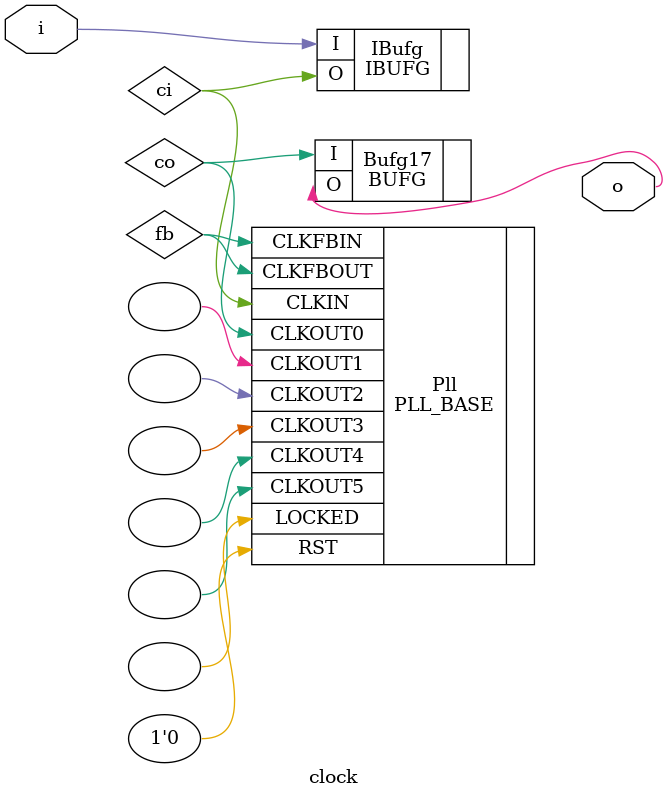
<source format=v>
module clock
//-------------------------------------------------------------------------------------------------
(
	input  wire i, // 50.0000 MHz
	output wire o  // 35.4166 MHz (should be 35.4688 MHz, 17.7344*2)
);
//-------------------------------------------------------------------------------------------------

IBUFG IBufg(.I(i), .O(ci));

PLL_BASE #
(
	.CLKIN_PERIOD      (20.000),
	.CLKFBOUT_MULT     (17    ),
	.DIVCLK_DIVIDE     ( 1    ),
	.CLKOUT0_DIVIDE    (24    )
)
Pll
(
	.RST               (1'b0),
	.CLKFBIN           (fb),
	.CLKFBOUT          (fb),
	.CLKIN             (ci),
	.CLKOUT0           (co),
	.CLKOUT1           (),
	.CLKOUT2           (),
	.CLKOUT3           (),
	.CLKOUT4           (),
	.CLKOUT5           (),
	.LOCKED            ()
);

BUFG Bufg17(.I(co), .O(o));

//-------------------------------------------------------------------------------------------------
endmodule
//-------------------------------------------------------------------------------------------------

</source>
